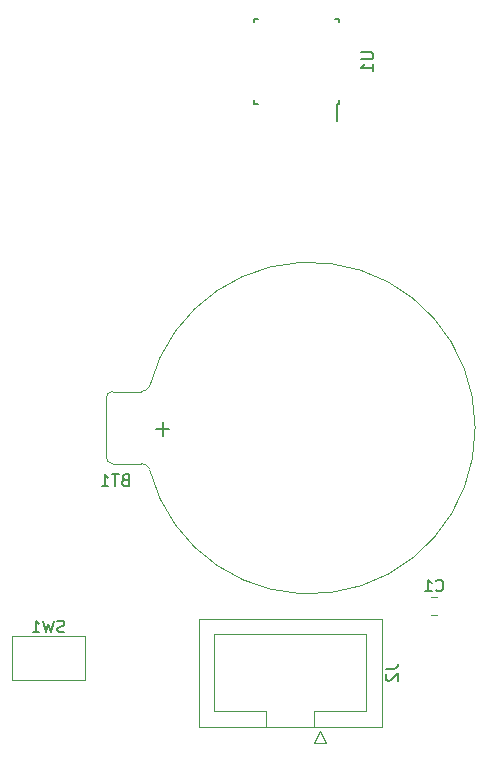
<source format=gbr>
%TF.GenerationSoftware,KiCad,Pcbnew,(6.0.9)*%
%TF.CreationDate,2023-01-09T21:04:10+01:00*%
%TF.ProjectId,christmas_tree,63687269-7374-46d6-9173-5f747265652e,rev?*%
%TF.SameCoordinates,Original*%
%TF.FileFunction,Legend,Bot*%
%TF.FilePolarity,Positive*%
%FSLAX46Y46*%
G04 Gerber Fmt 4.6, Leading zero omitted, Abs format (unit mm)*
G04 Created by KiCad (PCBNEW (6.0.9)) date 2023-01-09 21:04:10*
%MOMM*%
%LPD*%
G01*
G04 APERTURE LIST*
%ADD10C,0.150000*%
%ADD11C,0.120000*%
G04 APERTURE END LIST*
D10*
%TO.C,SW1*%
X142833333Y-136304761D02*
X142690476Y-136352380D01*
X142452380Y-136352380D01*
X142357142Y-136304761D01*
X142309523Y-136257142D01*
X142261904Y-136161904D01*
X142261904Y-136066666D01*
X142309523Y-135971428D01*
X142357142Y-135923809D01*
X142452380Y-135876190D01*
X142642857Y-135828571D01*
X142738095Y-135780952D01*
X142785714Y-135733333D01*
X142833333Y-135638095D01*
X142833333Y-135542857D01*
X142785714Y-135447619D01*
X142738095Y-135400000D01*
X142642857Y-135352380D01*
X142404761Y-135352380D01*
X142261904Y-135400000D01*
X141928571Y-135352380D02*
X141690476Y-136352380D01*
X141500000Y-135638095D01*
X141309523Y-136352380D01*
X141071428Y-135352380D01*
X140166666Y-136352380D02*
X140738095Y-136352380D01*
X140452380Y-136352380D02*
X140452380Y-135352380D01*
X140547619Y-135495238D01*
X140642857Y-135590476D01*
X140738095Y-135638095D01*
%TO.C,J2*%
X170052380Y-139436666D02*
X170766666Y-139436666D01*
X170909523Y-139389047D01*
X171004761Y-139293809D01*
X171052380Y-139150952D01*
X171052380Y-139055714D01*
X170147619Y-139865238D02*
X170100000Y-139912857D01*
X170052380Y-140008095D01*
X170052380Y-140246190D01*
X170100000Y-140341428D01*
X170147619Y-140389047D01*
X170242857Y-140436666D01*
X170338095Y-140436666D01*
X170480952Y-140389047D01*
X171052380Y-139817619D01*
X171052380Y-140436666D01*
%TO.C,U1*%
X168002380Y-87238095D02*
X168811904Y-87238095D01*
X168907142Y-87285714D01*
X168954761Y-87333333D01*
X169002380Y-87428571D01*
X169002380Y-87619047D01*
X168954761Y-87714285D01*
X168907142Y-87761904D01*
X168811904Y-87809523D01*
X168002380Y-87809523D01*
X169002380Y-88809523D02*
X169002380Y-88238095D01*
X169002380Y-88523809D02*
X168002380Y-88523809D01*
X168145238Y-88428571D01*
X168240476Y-88333333D01*
X168288095Y-88238095D01*
%TO.C,C1*%
X174316666Y-132777142D02*
X174364285Y-132824761D01*
X174507142Y-132872380D01*
X174602380Y-132872380D01*
X174745238Y-132824761D01*
X174840476Y-132729523D01*
X174888095Y-132634285D01*
X174935714Y-132443809D01*
X174935714Y-132300952D01*
X174888095Y-132110476D01*
X174840476Y-132015238D01*
X174745238Y-131920000D01*
X174602380Y-131872380D01*
X174507142Y-131872380D01*
X174364285Y-131920000D01*
X174316666Y-131967619D01*
X173364285Y-132872380D02*
X173935714Y-132872380D01*
X173650000Y-132872380D02*
X173650000Y-131872380D01*
X173745238Y-132015238D01*
X173840476Y-132110476D01*
X173935714Y-132158095D01*
%TO.C,BT1*%
X147960714Y-123428571D02*
X147817857Y-123476190D01*
X147770238Y-123523809D01*
X147722619Y-123619047D01*
X147722619Y-123761904D01*
X147770238Y-123857142D01*
X147817857Y-123904761D01*
X147913095Y-123952380D01*
X148294047Y-123952380D01*
X148294047Y-122952380D01*
X147960714Y-122952380D01*
X147865476Y-123000000D01*
X147817857Y-123047619D01*
X147770238Y-123142857D01*
X147770238Y-123238095D01*
X147817857Y-123333333D01*
X147865476Y-123380952D01*
X147960714Y-123428571D01*
X148294047Y-123428571D01*
X147436904Y-122952380D02*
X146865476Y-122952380D01*
X147151190Y-123952380D02*
X147151190Y-122952380D01*
X146008333Y-123952380D02*
X146579761Y-123952380D01*
X146294047Y-123952380D02*
X146294047Y-122952380D01*
X146389285Y-123095238D01*
X146484523Y-123190476D01*
X146579761Y-123238095D01*
X151746428Y-119107142D02*
X150603571Y-119107142D01*
X151175000Y-119678571D02*
X151175000Y-118535714D01*
D11*
%TO.C,SW1*%
X144560000Y-136650000D02*
X138440000Y-136650000D01*
X138440000Y-136650000D02*
X138440000Y-140350000D01*
X138440000Y-140350000D02*
X144560000Y-140350000D01*
X144560000Y-140350000D02*
X144560000Y-136650000D01*
%TO.C,J2*%
X164010000Y-143020000D02*
X168410000Y-143020000D01*
X165000000Y-145720000D02*
X164000000Y-145720000D01*
X164500000Y-144720000D02*
X165000000Y-145720000D01*
X154210000Y-144330000D02*
X169710000Y-144330000D01*
X159910000Y-143020000D02*
X159910000Y-143020000D01*
X169710000Y-135210000D02*
X154210000Y-135210000D01*
X168410000Y-143020000D02*
X168410000Y-136520000D01*
X159910000Y-143020000D02*
X159910000Y-144330000D01*
X155510000Y-136520000D02*
X155510000Y-143020000D01*
X169710000Y-144330000D02*
X169710000Y-135210000D01*
X164000000Y-145720000D02*
X164500000Y-144720000D01*
X154210000Y-135210000D02*
X154210000Y-144330000D01*
X155510000Y-143020000D02*
X159910000Y-143020000D01*
X164010000Y-144330000D02*
X164010000Y-143020000D01*
X168410000Y-136520000D02*
X155510000Y-136520000D01*
D10*
%TO.C,U1*%
X166125000Y-84375000D02*
X165800000Y-84375000D01*
X165900000Y-91625000D02*
X165900000Y-93050000D01*
X158875000Y-84375000D02*
X158875000Y-84700000D01*
X158875000Y-84375000D02*
X159200000Y-84375000D01*
X166125000Y-91625000D02*
X166125000Y-91300000D01*
X158875000Y-91625000D02*
X159200000Y-91625000D01*
X158875000Y-91625000D02*
X158875000Y-91300000D01*
X166125000Y-91625000D02*
X165900000Y-91625000D01*
X166125000Y-84375000D02*
X166125000Y-84700000D01*
D11*
%TO.C,C1*%
X174411252Y-133365000D02*
X173888748Y-133365000D01*
X174411252Y-134835000D02*
X173888748Y-134835000D01*
%TO.C,BT1*%
X146925000Y-115950000D02*
X149375000Y-115950000D01*
X149375000Y-122050000D02*
X146925000Y-122050000D01*
X146375000Y-121500000D02*
X146375000Y-116500000D01*
X149375000Y-115949998D02*
G75*
G03*
X150075000Y-115480000I0J756278D01*
G01*
X146375000Y-121500000D02*
G75*
G03*
X146925000Y-122050000I549999J-1D01*
G01*
X150075002Y-122519999D02*
G75*
G03*
X149375000Y-122050000I-700002J-286281D01*
G01*
X177625000Y-119000000D02*
G75*
G03*
X150075000Y-115480000I-13999875J-31D01*
G01*
X150075000Y-122604769D02*
G75*
G03*
X177625000Y-119000000I13550250J3520069D01*
G01*
X146925000Y-115950000D02*
G75*
G03*
X146375000Y-116500000I-1J-549999D01*
G01*
%TD*%
M02*

</source>
